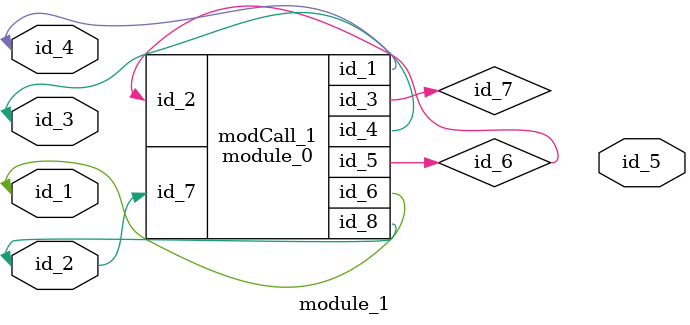
<source format=v>
module module_0 (
    id_1,
    id_2,
    id_3,
    id_4,
    id_5,
    id_6,
    id_7,
    id_8
);
  inout wire id_8;
  input wire id_7;
  output wire id_6;
  output wire id_5;
  inout wire id_4;
  inout wire id_3;
  input wire id_2;
  output wire id_1;
  initial id_6 = id_7;
endmodule
module module_1 (
    id_1,
    id_2,
    id_3,
    id_4,
    id_5
);
  output wire id_5;
  inout wire id_4;
  inout wire id_3;
  inout wire id_2;
  inout wire id_1;
  wire id_6;
  wire id_7;
  module_0 modCall_1 (
      id_4,
      id_6,
      id_7,
      id_3,
      id_6,
      id_1,
      id_2,
      id_2
  );
endmodule

</source>
